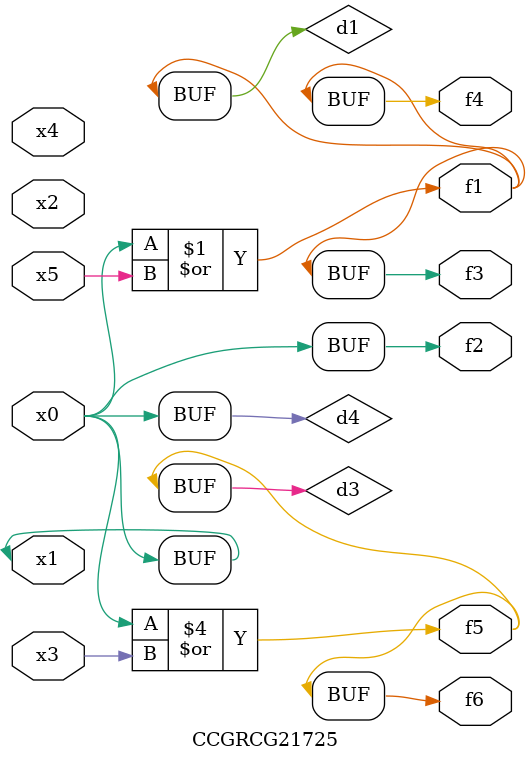
<source format=v>
module CCGRCG21725(
	input x0, x1, x2, x3, x4, x5,
	output f1, f2, f3, f4, f5, f6
);

	wire d1, d2, d3, d4;

	or (d1, x0, x5);
	xnor (d2, x1, x4);
	or (d3, x0, x3);
	buf (d4, x0, x1);
	assign f1 = d1;
	assign f2 = d4;
	assign f3 = d1;
	assign f4 = d1;
	assign f5 = d3;
	assign f6 = d3;
endmodule

</source>
